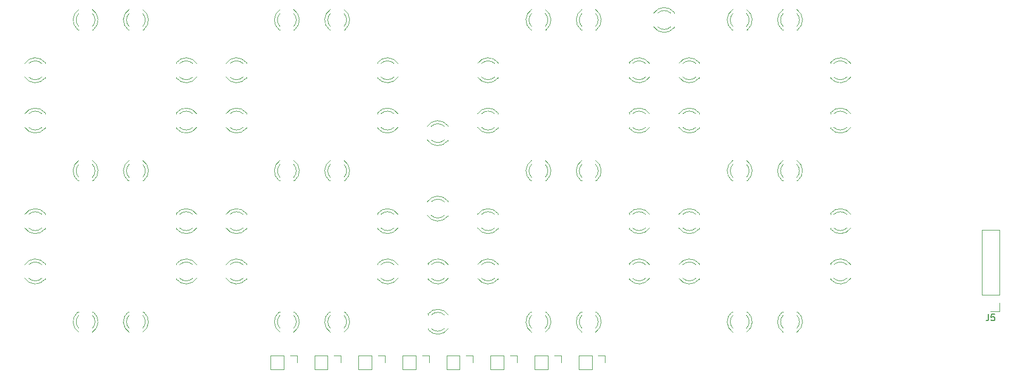
<source format=gbr>
%TF.GenerationSoftware,KiCad,Pcbnew,9.0.6-9.0.6~ubuntu24.04.1*%
%TF.CreationDate,2025-12-13T15:08:55+01:00*%
%TF.ProjectId,7_seg_led_tht_3mm,375f7365-675f-46c6-9564-5f7468745f33,1.0*%
%TF.SameCoordinates,Original*%
%TF.FileFunction,Legend,Top*%
%TF.FilePolarity,Positive*%
%FSLAX46Y46*%
G04 Gerber Fmt 4.6, Leading zero omitted, Abs format (unit mm)*
G04 Created by KiCad (PCBNEW 9.0.6-9.0.6~ubuntu24.04.1) date 2025-12-13 15:08:55*
%MOMM*%
%LPD*%
G01*
G04 APERTURE LIST*
%ADD10C,0.150000*%
%ADD11C,0.120000*%
%ADD12R,1.700000X1.700000*%
%ADD13C,1.700000*%
%ADD14C,1.000000*%
%ADD15R,1.800000X1.800000*%
%ADD16C,1.800000*%
%ADD17R,1.350000X1.350000*%
%ADD18C,1.350000*%
%ADD19C,0.660000*%
%ADD20O,1.000000X0.580000*%
%ADD21C,1.100000*%
%ADD22C,3.200000*%
G04 APERTURE END LIST*
D10*
X232566670Y-115814751D02*
X232566670Y-116529036D01*
X232566670Y-116529036D02*
X232519051Y-116671893D01*
X232519051Y-116671893D02*
X232423813Y-116767132D01*
X232423813Y-116767132D02*
X232280956Y-116814751D01*
X232280956Y-116814751D02*
X232185718Y-116814751D01*
X233519051Y-115814751D02*
X233042861Y-115814751D01*
X233042861Y-115814751D02*
X232995242Y-116290941D01*
X232995242Y-116290941D02*
X233042861Y-116243322D01*
X233042861Y-116243322D02*
X233138099Y-116195703D01*
X233138099Y-116195703D02*
X233376194Y-116195703D01*
X233376194Y-116195703D02*
X233471432Y-116243322D01*
X233471432Y-116243322D02*
X233519051Y-116290941D01*
X233519051Y-116290941D02*
X233566670Y-116386179D01*
X233566670Y-116386179D02*
X233566670Y-116624274D01*
X233566670Y-116624274D02*
X233519051Y-116719512D01*
X233519051Y-116719512D02*
X233471432Y-116767132D01*
X233471432Y-116767132D02*
X233376194Y-116814751D01*
X233376194Y-116814751D02*
X233138099Y-116814751D01*
X233138099Y-116814751D02*
X233042861Y-116767132D01*
X233042861Y-116767132D02*
X232995242Y-116719512D01*
D11*
%TO.C,J5*%
X234280004Y-115359932D02*
X232900004Y-115359932D01*
X234280004Y-113979932D02*
X234280004Y-115359932D01*
X234280004Y-112709932D02*
X234280004Y-102439932D01*
X234280004Y-112709932D02*
X231520004Y-112709932D01*
X234280004Y-102439932D02*
X231520004Y-102439932D01*
X231520004Y-112709932D02*
X231520004Y-102439932D01*
%TO.C,D5*%
X207440000Y-75764000D02*
X207440000Y-75920000D01*
X207440000Y-78080000D02*
X207440000Y-78236000D01*
X207440000Y-75764484D02*
G75*
G02*
X210671437Y-75920000I1560000J-1235516D01*
G01*
X207959039Y-75920000D02*
G75*
G02*
X210040961Y-75920000I1040961J-1080000D01*
G01*
X210040961Y-78080000D02*
G75*
G02*
X207959039Y-78080000I-1040961J1080000D01*
G01*
X210671437Y-78080000D02*
G75*
G02*
X207440000Y-78235516I-1671437J1080000D01*
G01*
%TO.C,D47*%
X119764000Y-94560000D02*
X119920000Y-94560000D01*
X122080000Y-94560000D02*
X122236000Y-94560000D01*
X119764484Y-94560000D02*
G75*
G02*
X119920000Y-91328563I1235516J1560000D01*
G01*
X119920000Y-94040961D02*
G75*
G02*
X119920000Y-91959039I1080000J1040961D01*
G01*
X122080000Y-91328563D02*
G75*
G02*
X122235516Y-94560000I-1080000J-1671437D01*
G01*
X122080000Y-91959039D02*
G75*
G02*
X122080000Y-94040961I-1080000J-1040961D01*
G01*
%TO.C,D44*%
X114560000Y-99920000D02*
X114560000Y-99764000D01*
X114560000Y-102236000D02*
X114560000Y-102080000D01*
X111328563Y-99920000D02*
G75*
G02*
X114560000Y-99764484I1671437J-1080000D01*
G01*
X111959039Y-99920000D02*
G75*
G02*
X114040961Y-99920000I1040961J-1080000D01*
G01*
X114040961Y-102080000D02*
G75*
G02*
X111959039Y-102080000I-1040961J1080000D01*
G01*
X114560000Y-102235516D02*
G75*
G02*
X111328563Y-102080000I-1560000J1235516D01*
G01*
%TO.C,D28*%
X154560000Y-107920000D02*
X154560000Y-107764000D01*
X154560000Y-110236000D02*
X154560000Y-110080000D01*
X151328563Y-107920000D02*
G75*
G02*
X154560000Y-107764484I1671437J-1080000D01*
G01*
X151959039Y-107920000D02*
G75*
G02*
X154040961Y-107920000I1040961J-1080000D01*
G01*
X154040961Y-110080000D02*
G75*
G02*
X151959039Y-110080000I-1040961J1080000D01*
G01*
X154560000Y-110235516D02*
G75*
G02*
X151328563Y-110080000I-1560000J1235516D01*
G01*
%TO.C,D23*%
X175440000Y-107764000D02*
X175440000Y-107920000D01*
X175440000Y-110080000D02*
X175440000Y-110236000D01*
X175440000Y-107764484D02*
G75*
G02*
X178671437Y-107920000I1560000J-1235516D01*
G01*
X175959039Y-107920000D02*
G75*
G02*
X178040961Y-107920000I1040961J-1080000D01*
G01*
X178040961Y-110080000D02*
G75*
G02*
X175959039Y-110080000I-1040961J1080000D01*
G01*
X178671437Y-110080000D02*
G75*
G02*
X175440000Y-110235516I-1671437J1080000D01*
G01*
%TO.C,D30*%
X154560000Y-83920000D02*
X154560000Y-83764000D01*
X154560000Y-86236000D02*
X154560000Y-86080000D01*
X151328563Y-83920000D02*
G75*
G02*
X154560000Y-83764484I1671437J-1080000D01*
G01*
X151959039Y-83920000D02*
G75*
G02*
X154040961Y-83920000I1040961J-1080000D01*
G01*
X154040961Y-86080000D02*
G75*
G02*
X151959039Y-86080000I-1040961J1080000D01*
G01*
X154560000Y-86235516D02*
G75*
G02*
X151328563Y-86080000I-1560000J1235516D01*
G01*
%TO.C,D17*%
X182560000Y-67920000D02*
X182560000Y-67764000D01*
X182560000Y-70236000D02*
X182560000Y-70080000D01*
X179328563Y-67920000D02*
G75*
G02*
X182560000Y-67764484I1671437J-1080000D01*
G01*
X179959039Y-67920000D02*
G75*
G02*
X182040961Y-67920000I1040961J-1080000D01*
G01*
X182040961Y-70080000D02*
G75*
G02*
X179959039Y-70080000I-1040961J1080000D01*
G01*
X182560000Y-70235516D02*
G75*
G02*
X179328563Y-70080000I-1560000J1235516D01*
G01*
%TO.C,D42*%
X127920000Y-115440000D02*
X127764000Y-115440000D01*
X130236000Y-115440000D02*
X130080000Y-115440000D01*
X127920000Y-118040961D02*
G75*
G02*
X127920000Y-115959039I1080000J1040961D01*
G01*
X127920000Y-118671437D02*
G75*
G02*
X127764484Y-115440000I1080000J1671437D01*
G01*
X130080000Y-115959039D02*
G75*
G02*
X130080000Y-118040961I-1080000J-1040961D01*
G01*
X130235516Y-115440000D02*
G75*
G02*
X130080000Y-118671437I-1235516J-1560000D01*
G01*
%TO.C,D68*%
X132390000Y-122390000D02*
X132390000Y-124610000D01*
X134500000Y-122390000D02*
X132390000Y-122390000D01*
X134500000Y-122390000D02*
X134500000Y-124610000D01*
X134500000Y-124610000D02*
X132390000Y-124610000D01*
X135500000Y-122390000D02*
X136610000Y-122390000D01*
X136610000Y-122390000D02*
X136610000Y-123500000D01*
%TO.C,D20*%
X159764000Y-70560000D02*
X159920000Y-70560000D01*
X162080000Y-70560000D02*
X162236000Y-70560000D01*
X159764484Y-70560000D02*
G75*
G02*
X159920000Y-67328563I1235516J1560000D01*
G01*
X159920000Y-70040961D02*
G75*
G02*
X159920000Y-67959039I1080000J1040961D01*
G01*
X162080000Y-67328563D02*
G75*
G02*
X162235516Y-70560000I-1080000J-1671437D01*
G01*
X162080000Y-67959039D02*
G75*
G02*
X162080000Y-70040961I-1080000J-1040961D01*
G01*
%TO.C,D49*%
X143440000Y-107764000D02*
X143440000Y-107920000D01*
X143440000Y-110080000D02*
X143440000Y-110236000D01*
X143440000Y-107764484D02*
G75*
G02*
X146671437Y-107920000I1560000J-1235516D01*
G01*
X143959039Y-107920000D02*
G75*
G02*
X146040961Y-107920000I1040961J-1080000D01*
G01*
X146040961Y-110080000D02*
G75*
G02*
X143959039Y-110080000I-1040961J1080000D01*
G01*
X146671437Y-110080000D02*
G75*
G02*
X143440000Y-110235516I-1671437J1080000D01*
G01*
%TO.C,D67*%
X125390000Y-122390000D02*
X125390000Y-124610000D01*
X127500000Y-122390000D02*
X125390000Y-122390000D01*
X127500000Y-122390000D02*
X127500000Y-124610000D01*
X127500000Y-124610000D02*
X125390000Y-124610000D01*
X128500000Y-122390000D02*
X129610000Y-122390000D01*
X129610000Y-122390000D02*
X129610000Y-123500000D01*
%TO.C,D54*%
X103440000Y-83764000D02*
X103440000Y-83920000D01*
X103440000Y-86080000D02*
X103440000Y-86236000D01*
X103440000Y-83764484D02*
G75*
G02*
X106671437Y-83920000I1560000J-1235516D01*
G01*
X103959039Y-83920000D02*
G75*
G02*
X106040961Y-83920000I1040961J-1080000D01*
G01*
X106040961Y-86080000D02*
G75*
G02*
X103959039Y-86080000I-1040961J1080000D01*
G01*
X106671437Y-86080000D02*
G75*
G02*
X103440000Y-86235516I-1671437J1080000D01*
G01*
%TO.C,D11*%
X186560000Y-99920000D02*
X186560000Y-99764000D01*
X186560000Y-102236000D02*
X186560000Y-102080000D01*
X183328563Y-99920000D02*
G75*
G02*
X186560000Y-99764484I1671437J-1080000D01*
G01*
X183959039Y-99920000D02*
G75*
G02*
X186040961Y-99920000I1040961J-1080000D01*
G01*
X186040961Y-102080000D02*
G75*
G02*
X183959039Y-102080000I-1040961J1080000D01*
G01*
X186560000Y-102235516D02*
G75*
G02*
X183328563Y-102080000I-1560000J1235516D01*
G01*
%TO.C,D16*%
X199764000Y-94560000D02*
X199920000Y-94560000D01*
X202080000Y-94560000D02*
X202236000Y-94560000D01*
X199764484Y-94560000D02*
G75*
G02*
X199920000Y-91328563I1235516J1560000D01*
G01*
X199920000Y-94040961D02*
G75*
G02*
X199920000Y-91959039I1080000J1040961D01*
G01*
X202080000Y-91328563D02*
G75*
G02*
X202235516Y-94560000I-1080000J-1671437D01*
G01*
X202080000Y-91959039D02*
G75*
G02*
X202080000Y-94040961I-1080000J-1040961D01*
G01*
%TO.C,D63*%
X87764000Y-94560000D02*
X87920000Y-94560000D01*
X90080000Y-94560000D02*
X90236000Y-94560000D01*
X87764484Y-94560000D02*
G75*
G02*
X87920000Y-91328563I1235516J1560000D01*
G01*
X87920000Y-94040961D02*
G75*
G02*
X87920000Y-91959039I1080000J1040961D01*
G01*
X90080000Y-91328563D02*
G75*
G02*
X90235516Y-94560000I-1080000J-1671437D01*
G01*
X90080000Y-91959039D02*
G75*
G02*
X90080000Y-94040961I-1080000J-1040961D01*
G01*
%TO.C,D27*%
X154560000Y-99920000D02*
X154560000Y-99764000D01*
X154560000Y-102236000D02*
X154560000Y-102080000D01*
X151328563Y-99920000D02*
G75*
G02*
X154560000Y-99764484I1671437J-1080000D01*
G01*
X151959039Y-99920000D02*
G75*
G02*
X154040961Y-99920000I1040961J-1080000D01*
G01*
X154040961Y-102080000D02*
G75*
G02*
X151959039Y-102080000I-1040961J1080000D01*
G01*
X154560000Y-102235516D02*
G75*
G02*
X151328563Y-102080000I-1560000J1235516D01*
G01*
%TO.C,D46*%
X114560000Y-75920000D02*
X114560000Y-75764000D01*
X114560000Y-78236000D02*
X114560000Y-78080000D01*
X111328563Y-75920000D02*
G75*
G02*
X114560000Y-75764484I1671437J-1080000D01*
G01*
X111959039Y-75920000D02*
G75*
G02*
X114040961Y-75920000I1040961J-1080000D01*
G01*
X114040961Y-78080000D02*
G75*
G02*
X111959039Y-78080000I-1040961J1080000D01*
G01*
X114560000Y-78235516D02*
G75*
G02*
X111328563Y-78080000I-1560000J1235516D01*
G01*
%TO.C,D12*%
X186560000Y-107920000D02*
X186560000Y-107764000D01*
X186560000Y-110236000D02*
X186560000Y-110080000D01*
X183328563Y-107920000D02*
G75*
G02*
X186560000Y-107764484I1671437J-1080000D01*
G01*
X183959039Y-107920000D02*
G75*
G02*
X186040961Y-107920000I1040961J-1080000D01*
G01*
X186040961Y-110080000D02*
G75*
G02*
X183959039Y-110080000I-1040961J1080000D01*
G01*
X186560000Y-110235516D02*
G75*
G02*
X183328563Y-110080000I-1560000J1235516D01*
G01*
%TO.C,D33*%
X146560000Y-97920000D02*
X146560000Y-97764000D01*
X146560000Y-100236000D02*
X146560000Y-100080000D01*
X143328563Y-97920000D02*
G75*
G02*
X146560000Y-97764484I1671437J-1080000D01*
G01*
X143959039Y-97920000D02*
G75*
G02*
X146040961Y-97920000I1040961J-1080000D01*
G01*
X146040961Y-100080000D02*
G75*
G02*
X143959039Y-100080000I-1040961J1080000D01*
G01*
X146560000Y-100235516D02*
G75*
G02*
X143328563Y-100080000I-1560000J1235516D01*
G01*
%TO.C,D8*%
X207440000Y-107764000D02*
X207440000Y-107920000D01*
X207440000Y-110080000D02*
X207440000Y-110236000D01*
X207440000Y-107764484D02*
G75*
G02*
X210671437Y-107920000I1560000J-1235516D01*
G01*
X207959039Y-107920000D02*
G75*
G02*
X210040961Y-107920000I1040961J-1080000D01*
G01*
X210040961Y-110080000D02*
G75*
G02*
X207959039Y-110080000I-1040961J1080000D01*
G01*
X210671437Y-110080000D02*
G75*
G02*
X207440000Y-110235516I-1671437J1080000D01*
G01*
%TO.C,D39*%
X135440000Y-107764000D02*
X135440000Y-107920000D01*
X135440000Y-110080000D02*
X135440000Y-110236000D01*
X135440000Y-107764484D02*
G75*
G02*
X138671437Y-107920000I1560000J-1235516D01*
G01*
X135959039Y-107920000D02*
G75*
G02*
X138040961Y-107920000I1040961J-1080000D01*
G01*
X138040961Y-110080000D02*
G75*
G02*
X135959039Y-110080000I-1040961J1080000D01*
G01*
X138671437Y-110080000D02*
G75*
G02*
X135440000Y-110235516I-1671437J1080000D01*
G01*
%TO.C,D45*%
X114560000Y-83920000D02*
X114560000Y-83764000D01*
X114560000Y-86236000D02*
X114560000Y-86080000D01*
X111328563Y-83920000D02*
G75*
G02*
X114560000Y-83764484I1671437J-1080000D01*
G01*
X111959039Y-83920000D02*
G75*
G02*
X114040961Y-83920000I1040961J-1080000D01*
G01*
X114040961Y-86080000D02*
G75*
G02*
X111959039Y-86080000I-1040961J1080000D01*
G01*
X114560000Y-86235516D02*
G75*
G02*
X111328563Y-86080000I-1560000J1235516D01*
G01*
%TO.C,D55*%
X103440000Y-107764000D02*
X103440000Y-107920000D01*
X103440000Y-110080000D02*
X103440000Y-110236000D01*
X103440000Y-107764484D02*
G75*
G02*
X106671437Y-107920000I1560000J-1235516D01*
G01*
X103959039Y-107920000D02*
G75*
G02*
X106040961Y-107920000I1040961J-1080000D01*
G01*
X106040961Y-110080000D02*
G75*
G02*
X103959039Y-110080000I-1040961J1080000D01*
G01*
X106671437Y-110080000D02*
G75*
G02*
X103440000Y-110235516I-1671437J1080000D01*
G01*
%TO.C,D25*%
X167920000Y-115440000D02*
X167764000Y-115440000D01*
X170236000Y-115440000D02*
X170080000Y-115440000D01*
X167920000Y-118040961D02*
G75*
G02*
X167920000Y-115959039I1080000J1040961D01*
G01*
X167920000Y-118671437D02*
G75*
G02*
X167764484Y-115440000I1080000J1671437D01*
G01*
X170080000Y-115959039D02*
G75*
G02*
X170080000Y-118040961I-1080000J-1040961D01*
G01*
X170235516Y-115440000D02*
G75*
G02*
X170080000Y-118671437I-1235516J-1560000D01*
G01*
%TO.C,D52*%
X87764000Y-70560000D02*
X87920000Y-70560000D01*
X90080000Y-70560000D02*
X90236000Y-70560000D01*
X87764484Y-70560000D02*
G75*
G02*
X87920000Y-67328563I1235516J1560000D01*
G01*
X87920000Y-70040961D02*
G75*
G02*
X87920000Y-67959039I1080000J1040961D01*
G01*
X90080000Y-67328563D02*
G75*
G02*
X90235516Y-70560000I-1080000J-1671437D01*
G01*
X90080000Y-67959039D02*
G75*
G02*
X90080000Y-70040961I-1080000J-1040961D01*
G01*
%TO.C,D59*%
X82560000Y-99920000D02*
X82560000Y-99764000D01*
X82560000Y-102236000D02*
X82560000Y-102080000D01*
X79328563Y-99920000D02*
G75*
G02*
X82560000Y-99764484I1671437J-1080000D01*
G01*
X79959039Y-99920000D02*
G75*
G02*
X82040961Y-99920000I1040961J-1080000D01*
G01*
X82040961Y-102080000D02*
G75*
G02*
X79959039Y-102080000I-1040961J1080000D01*
G01*
X82560000Y-102235516D02*
G75*
G02*
X79328563Y-102080000I-1560000J1235516D01*
G01*
%TO.C,D72*%
X167390000Y-122390000D02*
X167390000Y-124610000D01*
X169500000Y-122390000D02*
X167390000Y-122390000D01*
X169500000Y-122390000D02*
X169500000Y-124610000D01*
X169500000Y-124610000D02*
X167390000Y-124610000D01*
X170500000Y-122390000D02*
X171610000Y-122390000D01*
X171610000Y-122390000D02*
X171610000Y-123500000D01*
%TO.C,D34*%
X146560000Y-85920000D02*
X146560000Y-85764000D01*
X146560000Y-88236000D02*
X146560000Y-88080000D01*
X143328563Y-85920000D02*
G75*
G02*
X146560000Y-85764484I1671437J-1080000D01*
G01*
X143959039Y-85920000D02*
G75*
G02*
X146040961Y-85920000I1040961J-1080000D01*
G01*
X146040961Y-88080000D02*
G75*
G02*
X143959039Y-88080000I-1040961J1080000D01*
G01*
X146560000Y-88235516D02*
G75*
G02*
X143328563Y-88080000I-1560000J1235516D01*
G01*
%TO.C,D22*%
X175440000Y-83764000D02*
X175440000Y-83920000D01*
X175440000Y-86080000D02*
X175440000Y-86236000D01*
X175440000Y-83764484D02*
G75*
G02*
X178671437Y-83920000I1560000J-1235516D01*
G01*
X175959039Y-83920000D02*
G75*
G02*
X178040961Y-83920000I1040961J-1080000D01*
G01*
X178040961Y-86080000D02*
G75*
G02*
X175959039Y-86080000I-1040961J1080000D01*
G01*
X178671437Y-86080000D02*
G75*
G02*
X175440000Y-86235516I-1671437J1080000D01*
G01*
%TO.C,D38*%
X135440000Y-75764000D02*
X135440000Y-75920000D01*
X135440000Y-78080000D02*
X135440000Y-78236000D01*
X135440000Y-75764484D02*
G75*
G02*
X138671437Y-75920000I1560000J-1235516D01*
G01*
X135959039Y-75920000D02*
G75*
G02*
X138040961Y-75920000I1040961J-1080000D01*
G01*
X138040961Y-78080000D02*
G75*
G02*
X135959039Y-78080000I-1040961J1080000D01*
G01*
X138671437Y-78080000D02*
G75*
G02*
X135440000Y-78235516I-1671437J1080000D01*
G01*
%TO.C,D15*%
X191764000Y-94560000D02*
X191920000Y-94560000D01*
X194080000Y-94560000D02*
X194236000Y-94560000D01*
X191764484Y-94560000D02*
G75*
G02*
X191920000Y-91328563I1235516J1560000D01*
G01*
X191920000Y-94040961D02*
G75*
G02*
X191920000Y-91959039I1080000J1040961D01*
G01*
X194080000Y-91328563D02*
G75*
G02*
X194235516Y-94560000I-1080000J-1671437D01*
G01*
X194080000Y-91959039D02*
G75*
G02*
X194080000Y-94040961I-1080000J-1040961D01*
G01*
%TO.C,D43*%
X114560000Y-107920000D02*
X114560000Y-107764000D01*
X114560000Y-110236000D02*
X114560000Y-110080000D01*
X111328563Y-107920000D02*
G75*
G02*
X114560000Y-107764484I1671437J-1080000D01*
G01*
X111959039Y-107920000D02*
G75*
G02*
X114040961Y-107920000I1040961J-1080000D01*
G01*
X114040961Y-110080000D02*
G75*
G02*
X111959039Y-110080000I-1040961J1080000D01*
G01*
X114560000Y-110235516D02*
G75*
G02*
X111328563Y-110080000I-1560000J1235516D01*
G01*
%TO.C,D4*%
X199764000Y-70560000D02*
X199920000Y-70560000D01*
X202080000Y-70560000D02*
X202236000Y-70560000D01*
X199764484Y-70560000D02*
G75*
G02*
X199920000Y-67328563I1235516J1560000D01*
G01*
X199920000Y-70040961D02*
G75*
G02*
X199920000Y-67959039I1080000J1040961D01*
G01*
X202080000Y-67328563D02*
G75*
G02*
X202235516Y-70560000I-1080000J-1671437D01*
G01*
X202080000Y-67959039D02*
G75*
G02*
X202080000Y-70040961I-1080000J-1040961D01*
G01*
%TO.C,D36*%
X127764000Y-70560000D02*
X127920000Y-70560000D01*
X130080000Y-70560000D02*
X130236000Y-70560000D01*
X127764484Y-70560000D02*
G75*
G02*
X127920000Y-67328563I1235516J1560000D01*
G01*
X127920000Y-70040961D02*
G75*
G02*
X127920000Y-67959039I1080000J1040961D01*
G01*
X130080000Y-67328563D02*
G75*
G02*
X130235516Y-70560000I-1080000J-1671437D01*
G01*
X130080000Y-67959039D02*
G75*
G02*
X130080000Y-70040961I-1080000J-1040961D01*
G01*
%TO.C,D21*%
X175440000Y-75764000D02*
X175440000Y-75920000D01*
X175440000Y-78080000D02*
X175440000Y-78236000D01*
X175440000Y-75764484D02*
G75*
G02*
X178671437Y-75920000I1560000J-1235516D01*
G01*
X175959039Y-75920000D02*
G75*
G02*
X178040961Y-75920000I1040961J-1080000D01*
G01*
X178040961Y-78080000D02*
G75*
G02*
X175959039Y-78080000I-1040961J1080000D01*
G01*
X178671437Y-78080000D02*
G75*
G02*
X175440000Y-78235516I-1671437J1080000D01*
G01*
%TO.C,D53*%
X103440000Y-75764000D02*
X103440000Y-75920000D01*
X103440000Y-78080000D02*
X103440000Y-78236000D01*
X103440000Y-75764484D02*
G75*
G02*
X106671437Y-75920000I1560000J-1235516D01*
G01*
X103959039Y-75920000D02*
G75*
G02*
X106040961Y-75920000I1040961J-1080000D01*
G01*
X106040961Y-78080000D02*
G75*
G02*
X103959039Y-78080000I-1040961J1080000D01*
G01*
X106671437Y-78080000D02*
G75*
G02*
X103440000Y-78235516I-1671437J1080000D01*
G01*
%TO.C,D31*%
X159764000Y-94560000D02*
X159920000Y-94560000D01*
X162080000Y-94560000D02*
X162236000Y-94560000D01*
X159764484Y-94560000D02*
G75*
G02*
X159920000Y-91328563I1235516J1560000D01*
G01*
X159920000Y-94040961D02*
G75*
G02*
X159920000Y-91959039I1080000J1040961D01*
G01*
X162080000Y-91328563D02*
G75*
G02*
X162235516Y-94560000I-1080000J-1671437D01*
G01*
X162080000Y-91959039D02*
G75*
G02*
X162080000Y-94040961I-1080000J-1040961D01*
G01*
%TO.C,D40*%
X135440000Y-99764000D02*
X135440000Y-99920000D01*
X135440000Y-102080000D02*
X135440000Y-102236000D01*
X135440000Y-99764484D02*
G75*
G02*
X138671437Y-99920000I1560000J-1235516D01*
G01*
X135959039Y-99920000D02*
G75*
G02*
X138040961Y-99920000I1040961J-1080000D01*
G01*
X138040961Y-102080000D02*
G75*
G02*
X135959039Y-102080000I-1040961J1080000D01*
G01*
X138671437Y-102080000D02*
G75*
G02*
X135440000Y-102235516I-1671437J1080000D01*
G01*
%TO.C,D13*%
X186560000Y-75920000D02*
X186560000Y-75764000D01*
X186560000Y-78236000D02*
X186560000Y-78080000D01*
X183328563Y-75920000D02*
G75*
G02*
X186560000Y-75764484I1671437J-1080000D01*
G01*
X183959039Y-75920000D02*
G75*
G02*
X186040961Y-75920000I1040961J-1080000D01*
G01*
X186040961Y-78080000D02*
G75*
G02*
X183959039Y-78080000I-1040961J1080000D01*
G01*
X186560000Y-78235516D02*
G75*
G02*
X183328563Y-78080000I-1560000J1235516D01*
G01*
%TO.C,D71*%
X153390000Y-122390000D02*
X153390000Y-124610000D01*
X155500000Y-122390000D02*
X153390000Y-122390000D01*
X155500000Y-122390000D02*
X155500000Y-124610000D01*
X155500000Y-124610000D02*
X153390000Y-124610000D01*
X156500000Y-122390000D02*
X157610000Y-122390000D01*
X157610000Y-122390000D02*
X157610000Y-123500000D01*
%TO.C,D41*%
X119920000Y-115440000D02*
X119764000Y-115440000D01*
X122236000Y-115440000D02*
X122080000Y-115440000D01*
X119920000Y-118040961D02*
G75*
G02*
X119920000Y-115959039I1080000J1040961D01*
G01*
X119920000Y-118671437D02*
G75*
G02*
X119764484Y-115440000I1080000J1671437D01*
G01*
X122080000Y-115959039D02*
G75*
G02*
X122080000Y-118040961I-1080000J-1040961D01*
G01*
X122235516Y-115440000D02*
G75*
G02*
X122080000Y-118671437I-1235516J-1560000D01*
G01*
%TO.C,D6*%
X207440000Y-83764000D02*
X207440000Y-83920000D01*
X207440000Y-86080000D02*
X207440000Y-86236000D01*
X207440000Y-83764484D02*
G75*
G02*
X210671437Y-83920000I1560000J-1235516D01*
G01*
X207959039Y-83920000D02*
G75*
G02*
X210040961Y-83920000I1040961J-1080000D01*
G01*
X210040961Y-86080000D02*
G75*
G02*
X207959039Y-86080000I-1040961J1080000D01*
G01*
X210671437Y-86080000D02*
G75*
G02*
X207440000Y-86235516I-1671437J1080000D01*
G01*
%TO.C,D61*%
X82560000Y-75920000D02*
X82560000Y-75764000D01*
X82560000Y-78236000D02*
X82560000Y-78080000D01*
X79328563Y-75920000D02*
G75*
G02*
X82560000Y-75764484I1671437J-1080000D01*
G01*
X79959039Y-75920000D02*
G75*
G02*
X82040961Y-75920000I1040961J-1080000D01*
G01*
X82040961Y-78080000D02*
G75*
G02*
X79959039Y-78080000I-1040961J1080000D01*
G01*
X82560000Y-78235516D02*
G75*
G02*
X79328563Y-78080000I-1560000J1235516D01*
G01*
%TO.C,D2*%
X118390000Y-122390000D02*
X118390000Y-124610000D01*
X120500000Y-122390000D02*
X118390000Y-122390000D01*
X120500000Y-122390000D02*
X120500000Y-124610000D01*
X120500000Y-124610000D02*
X118390000Y-124610000D01*
X121500000Y-122390000D02*
X122610000Y-122390000D01*
X122610000Y-122390000D02*
X122610000Y-123500000D01*
%TO.C,D56*%
X103440000Y-99764000D02*
X103440000Y-99920000D01*
X103440000Y-102080000D02*
X103440000Y-102236000D01*
X103440000Y-99764484D02*
G75*
G02*
X106671437Y-99920000I1560000J-1235516D01*
G01*
X103959039Y-99920000D02*
G75*
G02*
X106040961Y-99920000I1040961J-1080000D01*
G01*
X106040961Y-102080000D02*
G75*
G02*
X103959039Y-102080000I-1040961J1080000D01*
G01*
X106671437Y-102080000D02*
G75*
G02*
X103440000Y-102235516I-1671437J1080000D01*
G01*
%TO.C,D35*%
X119764000Y-70560000D02*
X119920000Y-70560000D01*
X122080000Y-70560000D02*
X122236000Y-70560000D01*
X119764484Y-70560000D02*
G75*
G02*
X119920000Y-67328563I1235516J1560000D01*
G01*
X119920000Y-70040961D02*
G75*
G02*
X119920000Y-67959039I1080000J1040961D01*
G01*
X122080000Y-67328563D02*
G75*
G02*
X122235516Y-70560000I-1080000J-1671437D01*
G01*
X122080000Y-67959039D02*
G75*
G02*
X122080000Y-70040961I-1080000J-1040961D01*
G01*
%TO.C,D3*%
X191764000Y-70560000D02*
X191920000Y-70560000D01*
X194080000Y-70560000D02*
X194236000Y-70560000D01*
X191764484Y-70560000D02*
G75*
G02*
X191920000Y-67328563I1235516J1560000D01*
G01*
X191920000Y-70040961D02*
G75*
G02*
X191920000Y-67959039I1080000J1040961D01*
G01*
X194080000Y-67328563D02*
G75*
G02*
X194235516Y-70560000I-1080000J-1671437D01*
G01*
X194080000Y-67959039D02*
G75*
G02*
X194080000Y-70040961I-1080000J-1040961D01*
G01*
%TO.C,D37*%
X135440000Y-83764000D02*
X135440000Y-83920000D01*
X135440000Y-86080000D02*
X135440000Y-86236000D01*
X135440000Y-83764484D02*
G75*
G02*
X138671437Y-83920000I1560000J-1235516D01*
G01*
X135959039Y-83920000D02*
G75*
G02*
X138040961Y-83920000I1040961J-1080000D01*
G01*
X138040961Y-86080000D02*
G75*
G02*
X135959039Y-86080000I-1040961J1080000D01*
G01*
X138671437Y-86080000D02*
G75*
G02*
X135440000Y-86235516I-1671437J1080000D01*
G01*
%TO.C,D48*%
X127764000Y-94560000D02*
X127920000Y-94560000D01*
X130080000Y-94560000D02*
X130236000Y-94560000D01*
X127764484Y-94560000D02*
G75*
G02*
X127920000Y-91328563I1235516J1560000D01*
G01*
X127920000Y-94040961D02*
G75*
G02*
X127920000Y-91959039I1080000J1040961D01*
G01*
X130080000Y-91328563D02*
G75*
G02*
X130235516Y-94560000I-1080000J-1671437D01*
G01*
X130080000Y-91959039D02*
G75*
G02*
X130080000Y-94040961I-1080000J-1040961D01*
G01*
%TO.C,D10*%
X199920000Y-115440000D02*
X199764000Y-115440000D01*
X202236000Y-115440000D02*
X202080000Y-115440000D01*
X199920000Y-118040961D02*
G75*
G02*
X199920000Y-115959039I1080000J1040961D01*
G01*
X199920000Y-118671437D02*
G75*
G02*
X199764484Y-115440000I1080000J1671437D01*
G01*
X202080000Y-115959039D02*
G75*
G02*
X202080000Y-118040961I-1080000J-1040961D01*
G01*
X202235516Y-115440000D02*
G75*
G02*
X202080000Y-118671437I-1235516J-1560000D01*
G01*
%TO.C,D69*%
X139390000Y-122390000D02*
X139390000Y-124610000D01*
X141500000Y-122390000D02*
X139390000Y-122390000D01*
X141500000Y-122390000D02*
X141500000Y-124610000D01*
X141500000Y-124610000D02*
X139390000Y-124610000D01*
X142500000Y-122390000D02*
X143610000Y-122390000D01*
X143610000Y-122390000D02*
X143610000Y-123500000D01*
%TO.C,D29*%
X154560000Y-75920000D02*
X154560000Y-75764000D01*
X154560000Y-78236000D02*
X154560000Y-78080000D01*
X151328563Y-75920000D02*
G75*
G02*
X154560000Y-75764484I1671437J-1080000D01*
G01*
X151959039Y-75920000D02*
G75*
G02*
X154040961Y-75920000I1040961J-1080000D01*
G01*
X154040961Y-78080000D02*
G75*
G02*
X151959039Y-78080000I-1040961J1080000D01*
G01*
X154560000Y-78235516D02*
G75*
G02*
X151328563Y-78080000I-1560000J1235516D01*
G01*
%TO.C,D58*%
X95920000Y-115440000D02*
X95764000Y-115440000D01*
X98236000Y-115440000D02*
X98080000Y-115440000D01*
X95920000Y-118040961D02*
G75*
G02*
X95920000Y-115959039I1080000J1040961D01*
G01*
X95920000Y-118671437D02*
G75*
G02*
X95764484Y-115440000I1080000J1671437D01*
G01*
X98080000Y-115959039D02*
G75*
G02*
X98080000Y-118040961I-1080000J-1040961D01*
G01*
X98235516Y-115440000D02*
G75*
G02*
X98080000Y-118671437I-1235516J-1560000D01*
G01*
%TO.C,D60*%
X82560000Y-107920000D02*
X82560000Y-107764000D01*
X82560000Y-110236000D02*
X82560000Y-110080000D01*
X79328563Y-107920000D02*
G75*
G02*
X82560000Y-107764484I1671437J-1080000D01*
G01*
X79959039Y-107920000D02*
G75*
G02*
X82040961Y-107920000I1040961J-1080000D01*
G01*
X82040961Y-110080000D02*
G75*
G02*
X79959039Y-110080000I-1040961J1080000D01*
G01*
X82560000Y-110235516D02*
G75*
G02*
X79328563Y-110080000I-1560000J1235516D01*
G01*
%TO.C,D19*%
X167764000Y-70560000D02*
X167920000Y-70560000D01*
X170080000Y-70560000D02*
X170236000Y-70560000D01*
X167764484Y-70560000D02*
G75*
G02*
X167920000Y-67328563I1235516J1560000D01*
G01*
X167920000Y-70040961D02*
G75*
G02*
X167920000Y-67959039I1080000J1040961D01*
G01*
X170080000Y-67328563D02*
G75*
G02*
X170235516Y-70560000I-1080000J-1671437D01*
G01*
X170080000Y-67959039D02*
G75*
G02*
X170080000Y-70040961I-1080000J-1040961D01*
G01*
%TO.C,D14*%
X186560000Y-83920000D02*
X186560000Y-83764000D01*
X186560000Y-86236000D02*
X186560000Y-86080000D01*
X183328563Y-83920000D02*
G75*
G02*
X186560000Y-83764484I1671437J-1080000D01*
G01*
X183959039Y-83920000D02*
G75*
G02*
X186040961Y-83920000I1040961J-1080000D01*
G01*
X186040961Y-86080000D02*
G75*
G02*
X183959039Y-86080000I-1040961J1080000D01*
G01*
X186560000Y-86235516D02*
G75*
G02*
X183328563Y-86080000I-1560000J1235516D01*
G01*
%TO.C,D7*%
X207440000Y-99764000D02*
X207440000Y-99920000D01*
X207440000Y-102080000D02*
X207440000Y-102236000D01*
X207440000Y-99764484D02*
G75*
G02*
X210671437Y-99920000I1560000J-1235516D01*
G01*
X207959039Y-99920000D02*
G75*
G02*
X210040961Y-99920000I1040961J-1080000D01*
G01*
X210040961Y-102080000D02*
G75*
G02*
X207959039Y-102080000I-1040961J1080000D01*
G01*
X210671437Y-102080000D02*
G75*
G02*
X207440000Y-102235516I-1671437J1080000D01*
G01*
%TO.C,D24*%
X175440000Y-99764000D02*
X175440000Y-99920000D01*
X175440000Y-102080000D02*
X175440000Y-102236000D01*
X175440000Y-99764484D02*
G75*
G02*
X178671437Y-99920000I1560000J-1235516D01*
G01*
X175959039Y-99920000D02*
G75*
G02*
X178040961Y-99920000I1040961J-1080000D01*
G01*
X178040961Y-102080000D02*
G75*
G02*
X175959039Y-102080000I-1040961J1080000D01*
G01*
X178671437Y-102080000D02*
G75*
G02*
X175440000Y-102235516I-1671437J1080000D01*
G01*
%TO.C,D51*%
X95764000Y-70560000D02*
X95920000Y-70560000D01*
X98080000Y-70560000D02*
X98236000Y-70560000D01*
X95764484Y-70560000D02*
G75*
G02*
X95920000Y-67328563I1235516J1560000D01*
G01*
X95920000Y-70040961D02*
G75*
G02*
X95920000Y-67959039I1080000J1040961D01*
G01*
X98080000Y-67328563D02*
G75*
G02*
X98235516Y-70560000I-1080000J-1671437D01*
G01*
X98080000Y-67959039D02*
G75*
G02*
X98080000Y-70040961I-1080000J-1040961D01*
G01*
%TO.C,D9*%
X191920000Y-115440000D02*
X191764000Y-115440000D01*
X194236000Y-115440000D02*
X194080000Y-115440000D01*
X191920000Y-118040961D02*
G75*
G02*
X191920000Y-115959039I1080000J1040961D01*
G01*
X191920000Y-118671437D02*
G75*
G02*
X191764484Y-115440000I1080000J1671437D01*
G01*
X194080000Y-115959039D02*
G75*
G02*
X194080000Y-118040961I-1080000J-1040961D01*
G01*
X194235516Y-115440000D02*
G75*
G02*
X194080000Y-118671437I-1235516J-1560000D01*
G01*
%TO.C,D57*%
X87920000Y-115440000D02*
X87764000Y-115440000D01*
X90236000Y-115440000D02*
X90080000Y-115440000D01*
X87920000Y-118040961D02*
G75*
G02*
X87920000Y-115959039I1080000J1040961D01*
G01*
X87920000Y-118671437D02*
G75*
G02*
X87764484Y-115440000I1080000J1671437D01*
G01*
X90080000Y-115959039D02*
G75*
G02*
X90080000Y-118040961I-1080000J-1040961D01*
G01*
X90235516Y-115440000D02*
G75*
G02*
X90080000Y-118671437I-1235516J-1560000D01*
G01*
%TO.C,D70*%
X146390000Y-122390000D02*
X146390000Y-124610000D01*
X148500000Y-122390000D02*
X146390000Y-122390000D01*
X148500000Y-122390000D02*
X148500000Y-124610000D01*
X148500000Y-124610000D02*
X146390000Y-124610000D01*
X149500000Y-122390000D02*
X150610000Y-122390000D01*
X150610000Y-122390000D02*
X150610000Y-123500000D01*
%TO.C,D50*%
X143440000Y-115764000D02*
X143440000Y-115920000D01*
X143440000Y-118080000D02*
X143440000Y-118236000D01*
X143440000Y-115764484D02*
G75*
G02*
X146671437Y-115920000I1560000J-1235516D01*
G01*
X143959039Y-115920000D02*
G75*
G02*
X146040961Y-115920000I1040961J-1080000D01*
G01*
X146040961Y-118080000D02*
G75*
G02*
X143959039Y-118080000I-1040961J1080000D01*
G01*
X146671437Y-118080000D02*
G75*
G02*
X143440000Y-118235516I-1671437J1080000D01*
G01*
%TO.C,D26*%
X159920000Y-115440000D02*
X159764000Y-115440000D01*
X162236000Y-115440000D02*
X162080000Y-115440000D01*
X159920000Y-118040961D02*
G75*
G02*
X159920000Y-115959039I1080000J1040961D01*
G01*
X159920000Y-118671437D02*
G75*
G02*
X159764484Y-115440000I1080000J1671437D01*
G01*
X162080000Y-115959039D02*
G75*
G02*
X162080000Y-118040961I-1080000J-1040961D01*
G01*
X162235516Y-115440000D02*
G75*
G02*
X162080000Y-118671437I-1235516J-1560000D01*
G01*
%TO.C,D73*%
X160390000Y-122390000D02*
X160390000Y-124610000D01*
X162500000Y-122390000D02*
X160390000Y-122390000D01*
X162500000Y-122390000D02*
X162500000Y-124610000D01*
X162500000Y-124610000D02*
X160390000Y-124610000D01*
X163500000Y-122390000D02*
X164610000Y-122390000D01*
X164610000Y-122390000D02*
X164610000Y-123500000D01*
%TO.C,D64*%
X95764000Y-94560000D02*
X95920000Y-94560000D01*
X98080000Y-94560000D02*
X98236000Y-94560000D01*
X95764484Y-94560000D02*
G75*
G02*
X95920000Y-91328563I1235516J1560000D01*
G01*
X95920000Y-94040961D02*
G75*
G02*
X95920000Y-91959039I1080000J1040961D01*
G01*
X98080000Y-91328563D02*
G75*
G02*
X98235516Y-94560000I-1080000J-1671437D01*
G01*
X98080000Y-91959039D02*
G75*
G02*
X98080000Y-94040961I-1080000J-1040961D01*
G01*
%TO.C,D32*%
X167764000Y-94560000D02*
X167920000Y-94560000D01*
X170080000Y-94560000D02*
X170236000Y-94560000D01*
X167764484Y-94560000D02*
G75*
G02*
X167920000Y-91328563I1235516J1560000D01*
G01*
X167920000Y-94040961D02*
G75*
G02*
X167920000Y-91959039I1080000J1040961D01*
G01*
X170080000Y-91328563D02*
G75*
G02*
X170235516Y-94560000I-1080000J-1671437D01*
G01*
X170080000Y-91959039D02*
G75*
G02*
X170080000Y-94040961I-1080000J-1040961D01*
G01*
%TO.C,D62*%
X82560000Y-83920000D02*
X82560000Y-83764000D01*
X82560000Y-86236000D02*
X82560000Y-86080000D01*
X79328563Y-83920000D02*
G75*
G02*
X82560000Y-83764484I1671437J-1080000D01*
G01*
X79959039Y-83920000D02*
G75*
G02*
X82040961Y-83920000I1040961J-1080000D01*
G01*
X82040961Y-86080000D02*
G75*
G02*
X79959039Y-86080000I-1040961J1080000D01*
G01*
X82560000Y-86235516D02*
G75*
G02*
X79328563Y-86080000I-1560000J1235516D01*
G01*
%TD*%
%LPC*%
D12*
%TO.C,J5*%
X232900004Y-113979932D03*
D13*
X232900004Y-111439932D03*
X232900004Y-108899932D03*
X232900004Y-106359932D03*
X232900004Y-103819932D03*
%TD*%
D14*
%TO.C,Y1*%
X225929590Y-103367291D03*
X225929590Y-105267291D03*
%TD*%
D15*
%TO.C,D5*%
X207730000Y-77000000D03*
D16*
X210270000Y-77000000D03*
%TD*%
D15*
%TO.C,D47*%
X121000000Y-94270000D03*
D16*
X121000000Y-91730000D03*
%TD*%
D15*
%TO.C,D44*%
X114270000Y-101000000D03*
D16*
X111730000Y-101000000D03*
%TD*%
D15*
%TO.C,D28*%
X154270000Y-109000000D03*
D16*
X151730000Y-109000000D03*
%TD*%
D15*
%TO.C,D23*%
X175730000Y-109000000D03*
D16*
X178270000Y-109000000D03*
%TD*%
D15*
%TO.C,D30*%
X154270000Y-85000000D03*
D16*
X151730000Y-85000000D03*
%TD*%
D15*
%TO.C,D17*%
X182270000Y-69000000D03*
D16*
X179730000Y-69000000D03*
%TD*%
D15*
%TO.C,D42*%
X129000000Y-115730000D03*
D16*
X129000000Y-118270000D03*
%TD*%
D17*
%TO.C,D68*%
X135500000Y-123500000D03*
D18*
X133500000Y-123500000D03*
%TD*%
D15*
%TO.C,D20*%
X161000000Y-70270000D03*
D16*
X161000000Y-67730000D03*
%TD*%
D15*
%TO.C,D49*%
X143730000Y-109000000D03*
D16*
X146270000Y-109000000D03*
%TD*%
D17*
%TO.C,D67*%
X128500000Y-123500000D03*
D18*
X126500000Y-123500000D03*
%TD*%
D15*
%TO.C,D54*%
X103730000Y-85000000D03*
D16*
X106270000Y-85000000D03*
%TD*%
D15*
%TO.C,D11*%
X186270000Y-101000000D03*
D16*
X183730000Y-101000000D03*
%TD*%
D15*
%TO.C,D16*%
X201000000Y-94270000D03*
D16*
X201000000Y-91730000D03*
%TD*%
D15*
%TO.C,D63*%
X89000000Y-94270000D03*
D16*
X89000000Y-91730000D03*
%TD*%
D15*
%TO.C,D27*%
X154270000Y-101000000D03*
D16*
X151730000Y-101000000D03*
%TD*%
D15*
%TO.C,D46*%
X114270000Y-77000000D03*
D16*
X111730000Y-77000000D03*
%TD*%
D15*
%TO.C,D12*%
X186270000Y-109000000D03*
D16*
X183730000Y-109000000D03*
%TD*%
D15*
%TO.C,D33*%
X146270000Y-99000000D03*
D16*
X143730000Y-99000000D03*
%TD*%
D15*
%TO.C,D8*%
X207730000Y-109000000D03*
D16*
X210270000Y-109000000D03*
%TD*%
D15*
%TO.C,D39*%
X135730000Y-109000000D03*
D16*
X138270000Y-109000000D03*
%TD*%
D15*
%TO.C,D45*%
X114270000Y-85000000D03*
D16*
X111730000Y-85000000D03*
%TD*%
D15*
%TO.C,D55*%
X103730000Y-109000000D03*
D16*
X106270000Y-109000000D03*
%TD*%
D15*
%TO.C,D25*%
X169000000Y-115730000D03*
D16*
X169000000Y-118270000D03*
%TD*%
D15*
%TO.C,D52*%
X89000000Y-70270000D03*
D16*
X89000000Y-67730000D03*
%TD*%
D15*
%TO.C,D59*%
X82270000Y-101000000D03*
D16*
X79730000Y-101000000D03*
%TD*%
D17*
%TO.C,D72*%
X170500000Y-123500000D03*
D18*
X168500000Y-123500000D03*
%TD*%
D15*
%TO.C,D34*%
X146270000Y-87000000D03*
D16*
X143730000Y-87000000D03*
%TD*%
D15*
%TO.C,D22*%
X175730000Y-85000000D03*
D16*
X178270000Y-85000000D03*
%TD*%
D15*
%TO.C,D38*%
X135730000Y-77000000D03*
D16*
X138270000Y-77000000D03*
%TD*%
D15*
%TO.C,D15*%
X193000000Y-94270000D03*
D16*
X193000000Y-91730000D03*
%TD*%
D15*
%TO.C,D43*%
X114270000Y-109000000D03*
D16*
X111730000Y-109000000D03*
%TD*%
D15*
%TO.C,D4*%
X201000000Y-70270000D03*
D16*
X201000000Y-67730000D03*
%TD*%
D15*
%TO.C,D36*%
X129000000Y-70270000D03*
D16*
X129000000Y-67730000D03*
%TD*%
D15*
%TO.C,D21*%
X175730000Y-77000000D03*
D16*
X178270000Y-77000000D03*
%TD*%
D15*
%TO.C,D53*%
X103730000Y-77000000D03*
D16*
X106270000Y-77000000D03*
%TD*%
D15*
%TO.C,D31*%
X161000000Y-94270000D03*
D16*
X161000000Y-91730000D03*
%TD*%
D15*
%TO.C,D40*%
X135730000Y-101000000D03*
D16*
X138270000Y-101000000D03*
%TD*%
D15*
%TO.C,D13*%
X186270000Y-77000000D03*
D16*
X183730000Y-77000000D03*
%TD*%
D17*
%TO.C,D71*%
X156500000Y-123500000D03*
D18*
X154500000Y-123500000D03*
%TD*%
D15*
%TO.C,D41*%
X121000000Y-115730000D03*
D16*
X121000000Y-118270000D03*
%TD*%
D15*
%TO.C,D6*%
X207730000Y-85000000D03*
D16*
X210270000Y-85000000D03*
%TD*%
D15*
%TO.C,D61*%
X82270000Y-77000000D03*
D16*
X79730000Y-77000000D03*
%TD*%
D17*
%TO.C,D2*%
X121500000Y-123500000D03*
D18*
X119500000Y-123500000D03*
%TD*%
D15*
%TO.C,D56*%
X103730000Y-101000000D03*
D16*
X106270000Y-101000000D03*
%TD*%
D15*
%TO.C,D35*%
X121000000Y-70270000D03*
D16*
X121000000Y-67730000D03*
%TD*%
D15*
%TO.C,D3*%
X193000000Y-70270000D03*
D16*
X193000000Y-67730000D03*
%TD*%
D15*
%TO.C,D37*%
X135730000Y-85000000D03*
D16*
X138270000Y-85000000D03*
%TD*%
D15*
%TO.C,D48*%
X129000000Y-94270000D03*
D16*
X129000000Y-91730000D03*
%TD*%
D15*
%TO.C,D10*%
X201000000Y-115730000D03*
D16*
X201000000Y-118270000D03*
%TD*%
D17*
%TO.C,D69*%
X142500000Y-123500000D03*
D18*
X140500000Y-123500000D03*
%TD*%
D15*
%TO.C,D29*%
X154270000Y-77000000D03*
D16*
X151730000Y-77000000D03*
%TD*%
D15*
%TO.C,D58*%
X97000000Y-115730000D03*
D16*
X97000000Y-118270000D03*
%TD*%
D15*
%TO.C,D60*%
X82270000Y-109000000D03*
D16*
X79730000Y-109000000D03*
%TD*%
D15*
%TO.C,D19*%
X169000000Y-70270000D03*
D16*
X169000000Y-67730000D03*
%TD*%
D15*
%TO.C,D14*%
X186270000Y-85000000D03*
D16*
X183730000Y-85000000D03*
%TD*%
D15*
%TO.C,D7*%
X207730000Y-101000000D03*
D16*
X210270000Y-101000000D03*
%TD*%
D15*
%TO.C,D24*%
X175730000Y-101000000D03*
D16*
X178270000Y-101000000D03*
%TD*%
D15*
%TO.C,D51*%
X97000000Y-70270000D03*
D16*
X97000000Y-67730000D03*
%TD*%
D15*
%TO.C,D9*%
X193000000Y-115730000D03*
D16*
X193000000Y-118270000D03*
%TD*%
D15*
%TO.C,D57*%
X89000000Y-115730000D03*
D16*
X89000000Y-118270000D03*
%TD*%
D17*
%TO.C,D70*%
X149500000Y-123500000D03*
D18*
X147500000Y-123500000D03*
%TD*%
D15*
%TO.C,D50*%
X143730000Y-117000000D03*
D16*
X146270000Y-117000000D03*
%TD*%
D15*
%TO.C,D26*%
X161000000Y-115730000D03*
D16*
X161000000Y-118270000D03*
%TD*%
D17*
%TO.C,D73*%
X163500000Y-123500000D03*
D18*
X161500000Y-123500000D03*
%TD*%
D15*
%TO.C,D64*%
X97000000Y-94270000D03*
D16*
X97000000Y-91730000D03*
%TD*%
D15*
%TO.C,D32*%
X169000000Y-94270000D03*
D16*
X169000000Y-91730000D03*
%TD*%
D15*
%TO.C,D62*%
X82270000Y-85000000D03*
D16*
X79730000Y-85000000D03*
%TD*%
D19*
%TO.C,J1*%
X226640000Y-121500000D03*
D20*
X219140000Y-121500000D03*
D21*
X225290000Y-123650000D03*
X225290000Y-119350000D03*
X220490000Y-123650000D03*
X220490000Y-119350000D03*
%TD*%
D22*
%TO.C,H2*%
X232000004Y-67999932D03*
%TD*%
D12*
%TO.C,J3*%
X219350000Y-66675000D03*
D13*
X216810000Y-66675000D03*
%TD*%
D12*
%TO.C,J4*%
X225500000Y-66675000D03*
D13*
X222960000Y-66675000D03*
%TD*%
D22*
%TO.C,H2*%
X232000004Y-121999932D03*
%TD*%
%TO.C,H1*%
X78000004Y-67999932D03*
%TD*%
%TO.C,H2*%
X78000004Y-121999932D03*
%TD*%
%LPD*%
M02*

</source>
